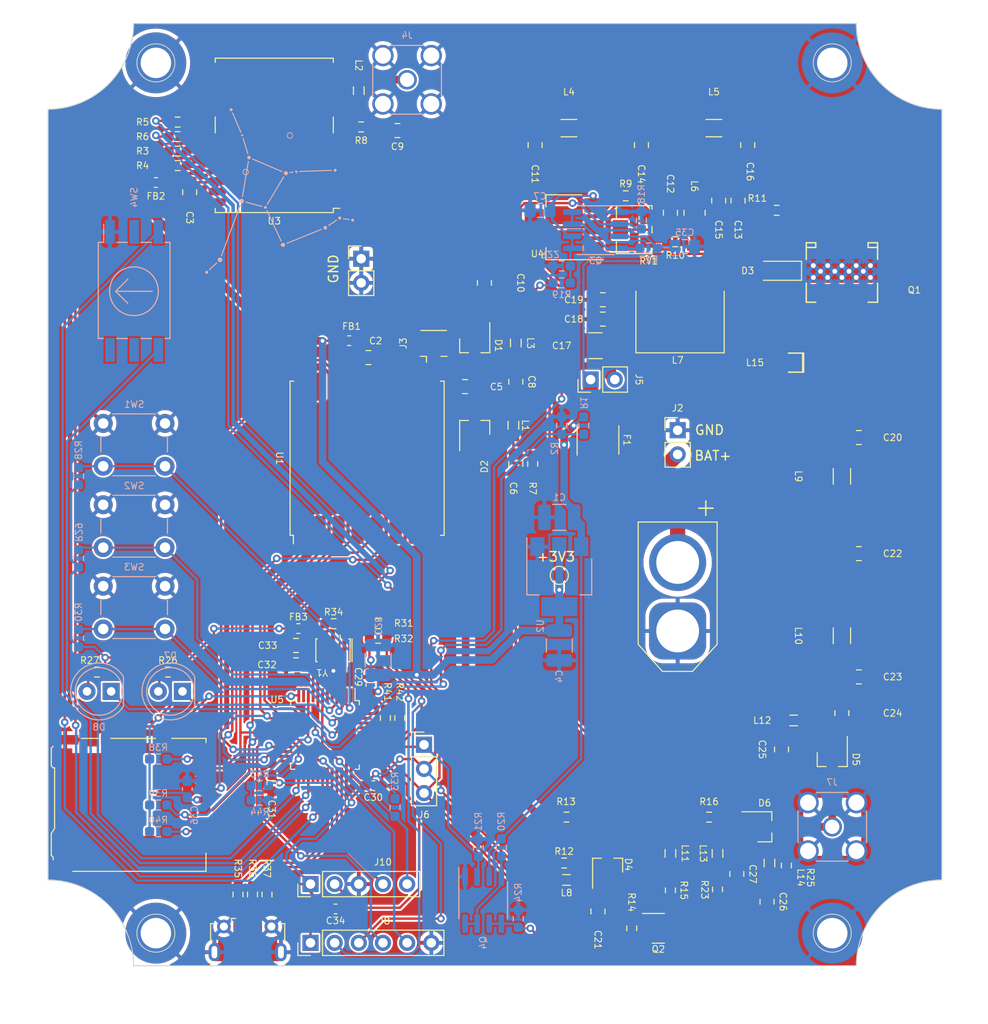
<source format=kicad_pcb>
(kicad_pcb (version 20221018) (generator pcbnew)

  (general
    (thickness 1.6)
  )

  (paper "A4")
  (title_block
    (title "Hercules")
    (date "2023-07-06")
    (rev "0")
    (company "HB9EGM")
    (comment 1 "LoRa GNSS Tracker with PA")
  )

  (layers
    (0 "F.Cu" signal)
    (31 "B.Cu" signal)
    (32 "B.Adhes" user "B.Adhesive")
    (33 "F.Adhes" user "F.Adhesive")
    (34 "B.Paste" user)
    (35 "F.Paste" user)
    (36 "B.SilkS" user "B.Silkscreen")
    (37 "F.SilkS" user "F.Silkscreen")
    (38 "B.Mask" user)
    (39 "F.Mask" user)
    (40 "Dwgs.User" user "User.Drawings")
    (41 "Cmts.User" user "User.Comments")
    (42 "Eco1.User" user "User.Eco1")
    (43 "Eco2.User" user "User.Eco2")
    (44 "Edge.Cuts" user)
    (45 "Margin" user)
    (46 "B.CrtYd" user "B.Courtyard")
    (47 "F.CrtYd" user "F.Courtyard")
    (48 "B.Fab" user)
    (49 "F.Fab" user)
    (50 "User.1" user)
    (51 "User.2" user)
    (52 "User.3" user)
    (53 "User.4" user)
    (54 "User.5" user)
    (55 "User.6" user)
    (56 "User.7" user)
    (57 "User.8" user)
    (58 "User.9" user)
  )

  (setup
    (stackup
      (layer "F.SilkS" (type "Top Silk Screen"))
      (layer "F.Paste" (type "Top Solder Paste"))
      (layer "F.Mask" (type "Top Solder Mask") (thickness 0.01))
      (layer "F.Cu" (type "copper") (thickness 0.035))
      (layer "dielectric 1" (type "core") (thickness 1.51) (material "FR4") (epsilon_r 4.5) (loss_tangent 0.02))
      (layer "B.Cu" (type "copper") (thickness 0.035))
      (layer "B.Mask" (type "Bottom Solder Mask") (thickness 0.01))
      (layer "B.Paste" (type "Bottom Solder Paste"))
      (layer "B.SilkS" (type "Bottom Silk Screen"))
      (copper_finish "None")
      (dielectric_constraints no)
    )
    (pad_to_mask_clearance 0)
    (pcbplotparams
      (layerselection 0x00010fc_ffffffff)
      (plot_on_all_layers_selection 0x0000000_00000000)
      (disableapertmacros false)
      (usegerberextensions false)
      (usegerberattributes true)
      (usegerberadvancedattributes true)
      (creategerberjobfile true)
      (dashed_line_dash_ratio 12.000000)
      (dashed_line_gap_ratio 3.000000)
      (svgprecision 4)
      (plotframeref false)
      (viasonmask false)
      (mode 1)
      (useauxorigin false)
      (hpglpennumber 1)
      (hpglpenspeed 20)
      (hpglpendiameter 15.000000)
      (dxfpolygonmode true)
      (dxfimperialunits true)
      (dxfusepcbnewfont true)
      (psnegative false)
      (psa4output false)
      (plotreference true)
      (plotvalue true)
      (plotinvisibletext false)
      (sketchpadsonfab false)
      (subtractmaskfromsilk false)
      (outputformat 1)
      (mirror false)
      (drillshape 1)
      (scaleselection 1)
      (outputdirectory "")
    )
  )

  (net 0 "")
  (net 1 "+BATT")
  (net 2 "GND")
  (net 3 "Net-(U1-3.3V)")
  (net 4 "Net-(U3-VCC)")
  (net 5 "+3V3")
  (net 6 "Net-(D1-K)")
  (net 7 "Net-(J3-In)")
  (net 8 "Net-(C6-Pad1)")
  (net 9 "/GATE_SUPPLY")
  (net 10 "/PIN_TX")
  (net 11 "Net-(C9-Pad2)")
  (net 12 "Net-(C10-Pad1)")
  (net 13 "Net-(D1-A)")
  (net 14 "Net-(C12-Pad1)")
  (net 15 "Net-(C13-Pad2)")
  (net 16 "Net-(C14-Pad1)")
  (net 17 "Net-(Q1-G)")
  (net 18 "Net-(J5-Pin_2)")
  (net 19 "Net-(Q1-D)")
  (net 20 "Net-(D4-A)")
  (net 21 "Net-(C22-Pad1)")
  (net 22 "Net-(C23-Pad1)")
  (net 23 "Net-(D5-A)")
  (net 24 "Net-(C26-Pad1)")
  (net 25 "/PIN_RX")
  (net 26 "Net-(U5-VDDA)")
  (net 27 "unconnected-(D1-NC-Pad2)")
  (net 28 "Net-(D2-A)")
  (net 29 "unconnected-(D2-NC-Pad2)")
  (net 30 "Net-(D3-A)")
  (net 31 "unconnected-(D4-NC-Pad2)")
  (net 32 "Net-(D4-K)")
  (net 33 "unconnected-(D5-NC-Pad2)")
  (net 34 "Net-(D5-K)")
  (net 35 "Net-(D6-A)")
  (net 36 "unconnected-(D6-NC-Pad2)")
  (net 37 "/Control/LED_TXn")
  (net 38 "Net-(D7-A)")
  (net 39 "/Control/STATUSn")
  (net 40 "Net-(D8-A)")
  (net 41 "/BAT+")
  (net 42 "/EN_RX")
  (net 43 "unconnected-(J9-VBUS-Pad1)")
  (net 44 "/Control/USB_DM")
  (net 45 "/Control/USB_DP")
  (net 46 "unconnected-(J9-ID-Pad4)")
  (net 47 "/Control/SWCLK")
  (net 48 "/Control/SWDIO")
  (net 49 "/Control/RESETn")
  (net 50 "Net-(J11-DAT2)")
  (net 51 "/Control/SD_SSn")
  (net 52 "/Control/SPI1_MOSI")
  (net 53 "/Control/SPI1_SCK")
  (net 54 "/Control/SPI1_MISO")
  (net 55 "Net-(J11-DAT1)")
  (net 56 "unconnected-(J11-DET_B-Pad9)")
  (net 57 "/Control/SD_DET")
  (net 58 "Net-(J4-In)")
  (net 59 "Net-(L8-Pad2)")
  (net 60 "Net-(L11-Pad2)")
  (net 61 "Net-(Q2-B)")
  (net 62 "Net-(Q2-C)")
  (net 63 "/EN_PA")
  (net 64 "Net-(Q3B-G)")
  (net 65 "Net-(Q4B-G)")
  (net 66 "Net-(Q4B-D-Pad5)")
  (net 67 "/Control/BAT_MEAS")
  (net 68 "Net-(U3-TXD{slash}SPI_MISO)")
  (net 69 "/Control/USART1_RX")
  (net 70 "Net-(U3-RXD{slash}SPI_MOSI)")
  (net 71 "/Control/USART1_TX")
  (net 72 "Net-(U3-SDA{slash}~{SPI_CS})")
  (net 73 "/Control/SDA")
  (net 74 "Net-(U3-SCL{slash}SPI_CLK)")
  (net 75 "/Control/SCL")
  (net 76 "Net-(U3-VCC_RF)")
  (net 77 "Net-(R9-Pad1)")
  (net 78 "Net-(U4-VO)")
  (net 79 "Net-(R10-Pad2)")
  (net 80 "/Control/BTN1n")
  (net 81 "/Control/BTN2n")
  (net 82 "/Control/BTN3n")
  (net 83 "/Control/XTAL1")
  (net 84 "/Control/XTAL2")
  (net 85 "Net-(U5-PA11)")
  (net 86 "Net-(U5-PA12)")
  (net 87 "/Control/BOOT0")
  (net 88 "/Control/BOOT1")
  (net 89 "unconnected-(U3-~{SAFEBOOT}-Pad1)")
  (net 90 "unconnected-(U3-D_SEL-Pad2)")
  (net 91 "unconnected-(U3-TIMEPULSE-Pad3)")
  (net 92 "unconnected-(U3-EXTINT-Pad4)")
  (net 93 "unconnected-(U3-USB_DM-Pad5)")
  (net 94 "unconnected-(U3-USB_DP-Pad6)")
  (net 95 "unconnected-(U3-~{RESET}-Pad8)")
  (net 96 "unconnected-(U3-LNA_EN-Pad14)")
  (net 97 "unconnected-(U3-RESERVED-Pad15)")
  (net 98 "unconnected-(U3-RESERVED-Pad16)")
  (net 99 "unconnected-(U3-RESERVED-Pad17)")
  (net 100 "unconnected-(U5-VBAT-Pad1)")
  (net 101 "unconnected-(U5-PA1-Pad11)")
  (net 102 "/Control/SPI1_SSn")
  (net 103 "/Control/PB0")
  (net 104 "/Control/PB1")
  (net 105 "/Control/DIO0")
  (net 106 "/Control/LORA_RESET")
  (net 107 "Net-(SW4-D0)")
  (net 108 "Net-(SW4-D1)")
  (net 109 "Net-(SW4-D2)")
  (net 110 "Net-(SW4-D3)")
  (net 111 "unconnected-(U5-PA8-Pad29)")
  (net 112 "unconnected-(U5-PA15-Pad38)")
  (net 113 "unconnected-(U5-PB5-Pad41)")
  (net 114 "unconnected-(U1-DIO5-Pad7)")
  (net 115 "unconnected-(U1-DIO3-Pad11)")
  (net 116 "unconnected-(U1-DIO4-Pad12)")
  (net 117 "unconnected-(U1-DIO1-Pad15)")
  (net 118 "unconnected-(U1-DIO2-Pad16)")
  (net 119 "Net-(L15-Pad2)")

  (footprint "Package_TO_SOT_SMD:SOT-23" (layer "F.Cu") (at 154.178 163.068))

  (footprint "Resistor_SMD:R_0603_1608Metric_Pad0.98x0.95mm_HandSolder" (layer "F.Cu") (at 95.1465 136.144 180))

  (footprint "Capacitor_SMD:C_0805_2012Metric_Pad1.18x1.45mm_HandSolder" (layer "F.Cu") (at 173.482 140.462 90))

  (footprint "Capacitor_SMD:C_0805_2012Metric_Pad1.18x1.45mm_HandSolder" (layer "F.Cu") (at 123.698 103.1025 180))

  (footprint "Capacitor_SMD:C_0805_2012Metric_Pad1.18x1.45mm_HandSolder" (layer "F.Cu") (at 116.078 135.382))

  (footprint "Package_TO_SOT_SMD:SOT-223-3_TabPin2" (layer "F.Cu") (at 144.272 89.408 180))

  (footprint "Resistor_SMD:R_0603_1608Metric_Pad0.98x0.95mm_HandSolder" (layer "F.Cu") (at 144.272 156.21 180))

  (footprint "mpb:Fuse_MF_SMDF150" (layer "F.Cu") (at 147.828 111.76 90))

  (footprint "Package_TO_SOT_SMD:SOT-23_Handsoldering" (layer "F.Cu") (at 134.874 110.4685 90))

  (footprint "Package_TO_SOT_SMD:SOT-23_Handsoldering" (layer "F.Cu") (at 165.354 152.4))

  (footprint "Resistor_SMD:R_0603_1608Metric_Pad0.98x0.95mm_HandSolder" (layer "F.Cu") (at 120.0385 131.064 180))

  (footprint "Resistor_SMD:R_0603_1608Metric_Pad0.98x0.95mm_HandSolder" (layer "F.Cu") (at 124.714 132.588))

  (footprint "Inductor_SMD:L_0805_2012Metric_Pad1.05x1.20mm_HandSolder" (layer "F.Cu") (at 168.402 141.224 180))

  (footprint "Connector_PinHeader_2.54mm:PinHeader_1x02_P2.54mm_Vertical" (layer "F.Cu") (at 147.061 105.41 90))

  (footprint "Crystal:Resonator_SMD_Murata_CSTxExxV-3Pin_3.0x1.1mm_HandSoldering" (layer "F.Cu") (at 119.9685 133.858 180))

  (footprint "Resistor_SMD:R_0603_1608Metric_Pad0.98x0.95mm_HandSolder" (layer "F.Cu") (at 109.982 159.512 90))

  (footprint "Capacitor_SMD:C_0805_2012Metric_Pad1.18x1.45mm_HandSolder" (layer "F.Cu") (at 167.132 144.272 -90))

  (footprint "Inductor_SMD:L_0805_2012Metric_Pad1.05x1.20mm_HandSolder" (layer "F.Cu") (at 144.526 157.988 180))

  (footprint "Capacitor_SMD:C_0805_2012Metric_Pad1.18x1.45mm_HandSolder" (layer "F.Cu") (at 165.608 160.274 -90))

  (footprint "RF_GPS:ublox_NEO" (layer "F.Cu") (at 113.792 79.756 180))

  (footprint "Resistor_SMD:R_0603_1608Metric_Pad0.98x0.95mm_HandSolder" (layer "F.Cu") (at 103.632 81.407 180))

  (footprint "Inductor_SMD:L_0603_1608Metric_Pad1.05x0.95mm_HandSolder" (layer "F.Cu") (at 121.666 101.3245 180))

  (footprint "Connector_PinHeader_2.54mm:PinHeader_1x02_P2.54mm_Vertical" (layer "F.Cu") (at 122.936 92.71))

  (footprint "Inductor_SMD:L_1008_2520Metric_Pad1.43x2.20mm_HandSolder" (layer "F.Cu") (at 157.988 87.884 -90))

  (footprint "Resistor_SMD:R_0603_1608Metric_Pad0.98x0.95mm_HandSolder" (layer "F.Cu") (at 151.384 163.068 90))

  (footprint "Capacitor_SMD:C_0805_2012Metric_Pad1.18x1.45mm_HandSolder" (layer "F.Cu") (at 126.746 79.248 180))

  (footprint "Connector_AMASS:AMASS_XT60-M_1x02_P7.20mm_Vertical" (layer "F.Cu") (at 156.21 131.826 90))

  (footprint "Resistor_SMD:R_0603_1608Metric_Pad0.98x0.95mm_HandSolder" (layer "F.Cu") (at 160.401 158.9805 -90))

  (footprint "Resistor_SMD:R_0603_1608Metric_Pad0.98x0.95mm_HandSolder" (layer "F.Cu") (at 124.714 131.064))

  (footprint "MountingHole:MountingHole_3.2mm_M3_Pad" (layer "F.Cu") (at 101.346 163.576))

  (footprint "MountingHole:MountingHole_3.2mm_M3_Pad" (layer "F.Cu") (at 172.466 72.136))

  (footprint "Connector_Coaxial:U.FL_Hirose_U.FL-R-SMT-1_Vertical" (layer "F.Cu") (at 130.556 102.0865 90))

  (footprint "Resistor_SMD:R_0603_1608Metric_Pad0.98x0.95mm_HandSolder" (layer "F.Cu") (at 125.476 140.97 -90))

  (footprint "Capacitor_SMD:C_0805_2012Metric_Pad1.18x1.45mm_HandSolder" (layer "F.Cu") (at 135.89 95.25 -90))

  (footprint "Capacitor_SMD:C_0805_2012Metric_Pad1.18x1.45mm_HandSolder" (layer "F.Cu") (at 141.224 80.772 -90))

  (footprint "Connector_PinHeader_2.54mm:PinHeader_1x03_P2.54mm_Vertical" (layer "F.Cu") (at 129.54 143.779))

  (footprint "Capacitor_SMD:C_0805_2012Metric_Pad1.18x1.45mm_HandSolder" (layer "F.Cu") (at 175.26 136.652))

  (footprint "Capacitor_SMD:C_0805_2012Metric_Pad1.18x1.45mm_HandSolder" (layer "F.Cu") (at 139.192 105.6425 -90))

  (footprint "Capacitor_SMD:C_0805_2012Metric_Pad1.18x1.45mm_HandSolder" (layer "F.Cu") (at 162.56 86.614 -90))

  (footprint "Resistor_SMD:R_0603_1608Metric_Pad0.98x0.95mm_HandSolder" (layer "F.Cu") (at 155.448 159.07 -90))

  (footprint "Package_TO_SOT_SMD:SOT-23_Handsoldering" (layer "F.Cu") (at 148.844 156.464 90))

  (footprint "mpb:L_Coilcraft_1812SMS" (layer "F.Cu") (at 156.21 99.314 90))

  (footprint "Capacitor_SMD:C_0805_2012Metric_Pad1.18x1.45mm_HandSolder" (layer "F.Cu") (at 147.828 161.29 -90))

  (footprint "Resistor_SMD:R_0603_1608Metric_Pad0.98x0.95mm_HandSolder" (layer "F.Cu") (at 159.512 151.384 180))

  (footprint "Capacitor_SMD:C_0805_2012Metric_Pad1.18x1.45mm_HandSolder" (layer "F.Cu") (at 148.336 99.06 180))

  (footprint "Capacitor_SMD:C_0603_1608Metric_Pad1.08x0.95mm_HandSolder" (layer "F.Cu") (at 123.952 137.5145 90))

  (footprint "Capacitor_SMD:C_0805_2012Metric_Pad1.18x1.45mm_HandSolder" (layer "F.Cu") (at 175.26 123.698))

  (footprint "Capacitor_SMD:C_1210_3225Metric_Pad1.33x2.70mm_HandSolder" (layer "F.Cu") (at 147.574 101.854 180))

  (footprint "Resistor_SMD:R_0603_1608Metric_Pad0.98x0.95mm_HandSolder" (layer "F.Cu") (at 113.03 159.512 -90))

  (footprint "Resistor_SMD:R_0603_1608Metric_Pad0.98x0.95mm_HandSolder" (layer "F.Cu") (at 144.526 151.384 180))

  (footprint "Capacitor_SMD:C_0805_2012Metric_Pad1.18x1.45mm_HandSolder" (layer "F.Cu") (at 133.858 106.1505 180))

  (footprint "Resistor_SMD:R_0603_1608Metric_Pad0.98x0.95mm_HandSolder" (layer "F.Cu")
    (tstamp 7dc6cf1d-d48b-49c9-8a73-d46cb2acd248)
    (at 103.632 79.883 180)
    (descr "Resistor SMD 0603 (1608 Metric), square (rectangular) end terminal, IPC_7351 nominal with elongated pad for handsoldering. (Bo
... [1536425 chars truncated]
</source>
